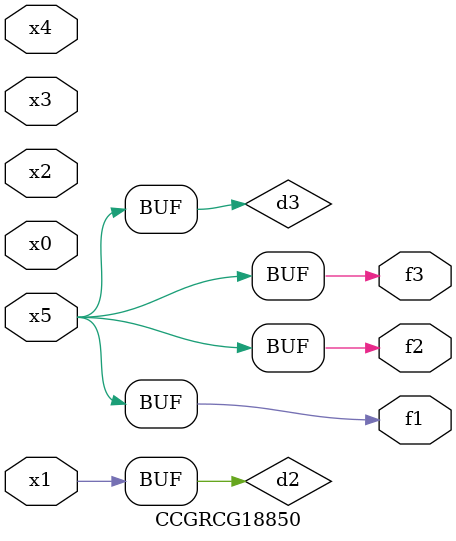
<source format=v>
module CCGRCG18850(
	input x0, x1, x2, x3, x4, x5,
	output f1, f2, f3
);

	wire d1, d2, d3;

	not (d1, x5);
	or (d2, x1);
	xnor (d3, d1);
	assign f1 = d3;
	assign f2 = d3;
	assign f3 = d3;
endmodule

</source>
